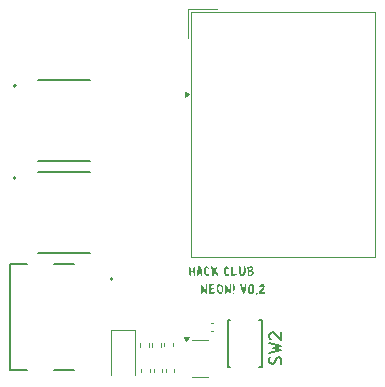
<source format=gbr>
%TF.GenerationSoftware,KiCad,Pcbnew,8.99.0-3218-gdd8f7901b1*%
%TF.CreationDate,2025-01-23T14:21:22-05:00*%
%TF.ProjectId,hack_matrix,6861636b-5f6d-4617-9472-69782e6b6963,rev?*%
%TF.SameCoordinates,Original*%
%TF.FileFunction,Legend,Top*%
%TF.FilePolarity,Positive*%
%FSLAX46Y46*%
G04 Gerber Fmt 4.6, Leading zero omitted, Abs format (unit mm)*
G04 Created by KiCad (PCBNEW 8.99.0-3218-gdd8f7901b1) date 2025-01-23 14:21:22*
%MOMM*%
%LPD*%
G01*
G04 APERTURE LIST*
%ADD10C,0.150000*%
%ADD11C,0.250000*%
%ADD12C,0.120000*%
%ADD13C,0.127000*%
%ADD14C,0.200000*%
G04 APERTURE END LIST*
D10*
G36*
X181965893Y-84055776D02*
G01*
X181952581Y-83950874D01*
X181939270Y-83847376D01*
X181929564Y-83845153D01*
X181839986Y-83843162D01*
X181739235Y-83843162D01*
X181736427Y-83862702D01*
X181722444Y-83967665D01*
X181706931Y-84050414D01*
X181689043Y-84103126D01*
X181670244Y-84134382D01*
X181651064Y-84150908D01*
X181635676Y-84155122D01*
X181622219Y-84149269D01*
X181606306Y-84125751D01*
X181599056Y-84082452D01*
X181592323Y-83896285D01*
X181581149Y-83610887D01*
X181574127Y-83490598D01*
X181579072Y-83436412D01*
X181590656Y-83407488D01*
X181606306Y-83394061D01*
X181619284Y-83391515D01*
X181635676Y-83398274D01*
X181655226Y-83419756D01*
X181676505Y-83460746D01*
X181699203Y-83530476D01*
X181722444Y-83640258D01*
X181733388Y-83696419D01*
X181739235Y-83710233D01*
X181806402Y-83717927D01*
X181902939Y-83722812D01*
X181914113Y-83721407D01*
X181916922Y-83721407D01*
X181918997Y-83711522D01*
X181925287Y-83630488D01*
X181937122Y-83490525D01*
X181953850Y-83417696D01*
X181971449Y-83385635D01*
X181985429Y-83376214D01*
X182002224Y-83373056D01*
X182021632Y-83377166D01*
X182038616Y-83389848D01*
X182049181Y-83404045D01*
X182054003Y-83415737D01*
X182062430Y-83478019D01*
X182073907Y-83633163D01*
X182080565Y-83886516D01*
X182080565Y-83987266D01*
X182076965Y-84060207D01*
X182069391Y-84092168D01*
X182057591Y-84113832D01*
X182040692Y-84135582D01*
X182021883Y-84152528D01*
X182010650Y-84156526D01*
X181996159Y-84150206D01*
X181979876Y-84125080D01*
X181969468Y-84092391D01*
X181965893Y-84055776D01*
G37*
G36*
X182451249Y-83311327D02*
G01*
X182473124Y-83322681D01*
X182512997Y-83353456D01*
X182527570Y-83373230D01*
X182554945Y-83423492D01*
X182580914Y-83479301D01*
X182601168Y-83531142D01*
X182634153Y-83646711D01*
X182664794Y-83789979D01*
X182686050Y-83932171D01*
X182692088Y-84033428D01*
X182687597Y-84079944D01*
X182675296Y-84115921D01*
X182651825Y-84151237D01*
X182626112Y-84170041D01*
X182596955Y-84176127D01*
X182579880Y-84173008D01*
X182564776Y-84163548D01*
X182553639Y-84149269D01*
X182547984Y-84131308D01*
X182540963Y-84026406D01*
X182536810Y-83939699D01*
X182464026Y-83956430D01*
X182382876Y-83977435D01*
X182377320Y-83992822D01*
X182371261Y-84030609D01*
X182346545Y-84100533D01*
X182322042Y-84141511D01*
X182298624Y-84161666D01*
X182275165Y-84167700D01*
X182258304Y-84163986D01*
X182242986Y-84152313D01*
X182230585Y-84129131D01*
X182226195Y-84099190D01*
X182229003Y-84065607D01*
X182276948Y-83778804D01*
X182384281Y-83778804D01*
X182387090Y-83778804D01*
X182469644Y-83769035D01*
X182529507Y-83758380D01*
X182536810Y-83754991D01*
X182523499Y-83684344D01*
X182501823Y-83598309D01*
X182479413Y-83539569D01*
X182468911Y-83524853D01*
X182457004Y-83520701D01*
X182450043Y-83526990D01*
X182412247Y-83661263D01*
X182384281Y-83778804D01*
X182276948Y-83778804D01*
X182317175Y-83538164D01*
X182333759Y-83434471D01*
X182343736Y-83398274D01*
X182361075Y-83363616D01*
X182382925Y-83338005D01*
X182409499Y-83319933D01*
X182440273Y-83308698D01*
X182451249Y-83311327D01*
G37*
G36*
X182946650Y-83403831D02*
G01*
X182992546Y-83373196D01*
X183031602Y-83357021D01*
X183065535Y-83352112D01*
X183093567Y-83355122D01*
X183124275Y-83364691D01*
X183153727Y-83382031D01*
X183183077Y-83408044D01*
X183206687Y-83438139D01*
X183218065Y-83463975D01*
X183223621Y-83500368D01*
X183220466Y-83523202D01*
X183212447Y-83536760D01*
X183195655Y-83540973D01*
X183166644Y-83536078D01*
X183134106Y-83519968D01*
X183105953Y-83507103D01*
X183080922Y-83503176D01*
X183051349Y-83508959D01*
X183024700Y-83526785D01*
X182999773Y-83559841D01*
X182982608Y-83598916D01*
X182971569Y-83646562D01*
X182967594Y-83704616D01*
X182970403Y-83756395D01*
X182982320Y-83825150D01*
X183000478Y-83882129D01*
X183024133Y-83929138D01*
X183052957Y-83967665D01*
X183079942Y-83990509D01*
X183105285Y-84002895D01*
X183129893Y-84006805D01*
X183156703Y-84004077D01*
X183195655Y-83994227D01*
X183254396Y-83980244D01*
X183272823Y-83985537D01*
X183287979Y-84002653D01*
X183293070Y-84016507D01*
X183295001Y-84036175D01*
X183287919Y-84076629D01*
X183266974Y-84110364D01*
X183241435Y-84131878D01*
X183199869Y-84150237D01*
X183153254Y-84161244D01*
X183106140Y-84164891D01*
X183050148Y-84157930D01*
X183001848Y-84139723D01*
X182960247Y-84111885D01*
X182924319Y-84073590D01*
X182893749Y-84023054D01*
X182868954Y-83957689D01*
X182851035Y-83874255D01*
X182841687Y-83768974D01*
X182840954Y-83751510D01*
X182840282Y-83733986D01*
X182843666Y-83659793D01*
X182853401Y-83592938D01*
X182868981Y-83532608D01*
X182892134Y-83474914D01*
X182918164Y-83433069D01*
X182946650Y-83403831D01*
G37*
G36*
X183465605Y-83364691D02*
G01*
X183481400Y-83354318D01*
X183501997Y-83350708D01*
X183532667Y-83355444D01*
X183561229Y-83369840D01*
X183588703Y-83395465D01*
X183610655Y-83431706D01*
X183635548Y-83499176D01*
X183662892Y-83612292D01*
X183675905Y-83664393D01*
X183679684Y-83671032D01*
X183707650Y-83610887D01*
X183740739Y-83539305D01*
X183776160Y-83477287D01*
X183814430Y-83424285D01*
X183840579Y-83399678D01*
X183861523Y-83391252D01*
X183876223Y-83396002D01*
X183889488Y-83412257D01*
X183897874Y-83434101D01*
X183900724Y-83458419D01*
X183890489Y-83514433D01*
X183843326Y-83650088D01*
X183812552Y-83725621D01*
X183827939Y-83736795D01*
X183862617Y-83767970D01*
X183909089Y-83824295D01*
X183951941Y-83888059D01*
X183987430Y-83953682D01*
X184017234Y-84029335D01*
X184025226Y-84079590D01*
X184021092Y-84113816D01*
X184010621Y-84134752D01*
X183994826Y-84146664D01*
X183972042Y-84150908D01*
X183956308Y-84148116D01*
X183942672Y-84139734D01*
X183904876Y-84090764D01*
X183865003Y-84034832D01*
X183820978Y-83985190D01*
X183763581Y-83921503D01*
X183695286Y-83846965D01*
X183683836Y-83837545D01*
X183681364Y-83841246D01*
X183679684Y-83865511D01*
X183679684Y-83885111D01*
X183674428Y-83971212D01*
X183659939Y-84041169D01*
X183637674Y-84097786D01*
X183607556Y-84142506D01*
X183581045Y-84164188D01*
X183556524Y-84170509D01*
X183543590Y-84168639D01*
X183534176Y-84163487D01*
X183520612Y-84149570D01*
X183512088Y-84130567D01*
X183508958Y-84104747D01*
X183517384Y-84023597D01*
X183526887Y-83930633D01*
X183529963Y-83843162D01*
X183527605Y-83764439D01*
X183521536Y-83708829D01*
X183509095Y-83652006D01*
X183482397Y-83561917D01*
X183454119Y-83457760D01*
X183447409Y-83406639D01*
X183448813Y-83392657D01*
X183465605Y-83364691D01*
G37*
G36*
X184632903Y-83403831D02*
G01*
X184678799Y-83373196D01*
X184717855Y-83357021D01*
X184751788Y-83352112D01*
X184779820Y-83355122D01*
X184810528Y-83364691D01*
X184839979Y-83382031D01*
X184869330Y-83408044D01*
X184892940Y-83438139D01*
X184904317Y-83463975D01*
X184909874Y-83500368D01*
X184906719Y-83523202D01*
X184898700Y-83536760D01*
X184881908Y-83540973D01*
X184852897Y-83536078D01*
X184820359Y-83519968D01*
X184792206Y-83507103D01*
X184767175Y-83503176D01*
X184737602Y-83508959D01*
X184710952Y-83526785D01*
X184686025Y-83559841D01*
X184668861Y-83598916D01*
X184657822Y-83646562D01*
X184653846Y-83704616D01*
X184656655Y-83756395D01*
X184668572Y-83825150D01*
X184686730Y-83882129D01*
X184710386Y-83929138D01*
X184739209Y-83967665D01*
X184766195Y-83990509D01*
X184791537Y-84002895D01*
X184816146Y-84006805D01*
X184842956Y-84004077D01*
X184881908Y-83994227D01*
X184940648Y-83980244D01*
X184959076Y-83985537D01*
X184974232Y-84002653D01*
X184979322Y-84016507D01*
X184981254Y-84036175D01*
X184974172Y-84076629D01*
X184953227Y-84110364D01*
X184927688Y-84131878D01*
X184886121Y-84150237D01*
X184839507Y-84161244D01*
X184792393Y-84164891D01*
X184736400Y-84157930D01*
X184688101Y-84139723D01*
X184646499Y-84111885D01*
X184610572Y-84073590D01*
X184580002Y-84023054D01*
X184555206Y-83957689D01*
X184537287Y-83874255D01*
X184527939Y-83768974D01*
X184527206Y-83751510D01*
X184526535Y-83733986D01*
X184529919Y-83659793D01*
X184539654Y-83592938D01*
X184555233Y-83532608D01*
X184578386Y-83474914D01*
X184604416Y-83433069D01*
X184632903Y-83403831D01*
G37*
G36*
X185139279Y-83396870D02*
G01*
X185159910Y-83366473D01*
X185179639Y-83351157D01*
X185199424Y-83346495D01*
X185213873Y-83350040D01*
X185228794Y-83361882D01*
X185242599Y-83383901D01*
X185256522Y-83425131D01*
X185269399Y-83494811D01*
X185277865Y-83587449D01*
X185280573Y-83672437D01*
X185276360Y-83822158D01*
X185274284Y-83894881D01*
X185272208Y-83959239D01*
X185273551Y-83983053D01*
X185280674Y-83997715D01*
X185288939Y-84005462D01*
X185303836Y-84009058D01*
X185350549Y-84011018D01*
X185426467Y-84008396D01*
X185487630Y-84001249D01*
X185547775Y-83995631D01*
X185588047Y-84001838D01*
X185619155Y-84019445D01*
X185629079Y-84032224D01*
X185631734Y-84041793D01*
X185629598Y-84053162D01*
X185621964Y-84068354D01*
X185604391Y-84086200D01*
X185565004Y-84104362D01*
X185490439Y-84121538D01*
X185351554Y-84140128D01*
X185255416Y-84145352D01*
X185188258Y-84140869D01*
X185155357Y-84130897D01*
X185142088Y-84118729D01*
X185139157Y-84091160D01*
X185132990Y-83911001D01*
X185128105Y-83556360D01*
X185129448Y-83433934D01*
X185132742Y-83413329D01*
X185139279Y-83396870D01*
G37*
G36*
X186219443Y-83350708D02*
G01*
X186237909Y-83338734D01*
X186253026Y-83335321D01*
X186277002Y-83341669D01*
X186304745Y-83364019D01*
X186327581Y-83395491D01*
X186343946Y-83434605D01*
X186353270Y-83496158D01*
X186357929Y-83652897D01*
X186353791Y-83815124D01*
X186343946Y-83910268D01*
X186321653Y-83988270D01*
X186284473Y-84065607D01*
X186251954Y-84113770D01*
X186222038Y-84145058D01*
X186194225Y-84163487D01*
X186158161Y-84175015D01*
X186118693Y-84178935D01*
X186069663Y-84173884D01*
X186016599Y-84157930D01*
X185961333Y-84130463D01*
X185916079Y-84095751D01*
X185879548Y-84053512D01*
X185851093Y-84002826D01*
X185830765Y-83942212D01*
X185819312Y-83869724D01*
X185810947Y-83817944D01*
X185806090Y-83791930D01*
X185794827Y-83672498D01*
X185784324Y-83486385D01*
X185789209Y-83405296D01*
X185797374Y-83383030D01*
X185812290Y-83363286D01*
X185834841Y-83347312D01*
X185858513Y-83342281D01*
X185882217Y-83346642D01*
X185901905Y-83359604D01*
X185918658Y-83382887D01*
X185927973Y-83412262D01*
X185937852Y-83478055D01*
X185946624Y-83602522D01*
X185956956Y-83800610D01*
X185966224Y-83894209D01*
X185976646Y-83944848D01*
X185989090Y-83977996D01*
X186002616Y-83998440D01*
X186033530Y-84020535D01*
X186069722Y-84027810D01*
X186093560Y-84023950D01*
X186114480Y-84012423D01*
X186134498Y-83987898D01*
X186153517Y-83944369D01*
X186170245Y-83873461D01*
X186182458Y-83764900D01*
X186187264Y-83606674D01*
X186184455Y-83475211D01*
X186184455Y-83449993D01*
X186188954Y-83405711D01*
X186200979Y-83373651D01*
X186219443Y-83350708D01*
G37*
G36*
X186872332Y-83351134D02*
G01*
X186914347Y-83360212D01*
X186949790Y-83374460D01*
X186971532Y-83390934D01*
X186990396Y-83422759D01*
X187001925Y-83460653D01*
X187005783Y-83500429D01*
X187003165Y-83539490D01*
X186995952Y-83571076D01*
X186982829Y-83602097D01*
X186958217Y-83644471D01*
X186927442Y-83693442D01*
X186930416Y-83697567D01*
X186947042Y-83707424D01*
X186973073Y-83725377D01*
X186997046Y-83752026D01*
X187019033Y-83789307D01*
X187040563Y-83850332D01*
X187047732Y-83914481D01*
X187046999Y-83926388D01*
X187046327Y-83938295D01*
X187037177Y-83982998D01*
X187017701Y-84023130D01*
X186987046Y-84059808D01*
X186943184Y-84093534D01*
X186883091Y-84124155D01*
X186802939Y-84150908D01*
X186737408Y-84163430D01*
X186667201Y-84167700D01*
X186600964Y-84164050D01*
X186573473Y-84156526D01*
X186551064Y-84146756D01*
X186546912Y-84083742D01*
X186529234Y-83834736D01*
X186667201Y-83834736D01*
X186667201Y-83890729D01*
X186671414Y-83997035D01*
X186674223Y-84047411D01*
X186704998Y-84043197D01*
X186792285Y-84026839D01*
X186854658Y-84004057D01*
X186880713Y-83989050D01*
X186902224Y-83969741D01*
X186918086Y-83947343D01*
X186924633Y-83927060D01*
X186926038Y-83911673D01*
X186919125Y-83870826D01*
X186899560Y-83840446D01*
X186865893Y-83817944D01*
X186842104Y-83811018D01*
X186802939Y-83808175D01*
X186755284Y-83811926D01*
X186704998Y-83823562D01*
X186667201Y-83834736D01*
X186529234Y-83834736D01*
X186514733Y-83630488D01*
X186507591Y-83505985D01*
X186636427Y-83505985D01*
X186653218Y-83598309D01*
X186671929Y-83679502D01*
X186679780Y-83692037D01*
X186682588Y-83692037D01*
X186724471Y-83684549D01*
X186791704Y-83655645D01*
X186821519Y-83637244D01*
X186843483Y-83617909D01*
X186859999Y-83593629D01*
X186867297Y-83566130D01*
X186867297Y-83553551D01*
X186863748Y-83531113D01*
X186853657Y-83513813D01*
X186836461Y-83500368D01*
X186814173Y-83493647D01*
X186767951Y-83490598D01*
X186711945Y-83493707D01*
X186654623Y-83503176D01*
X186636427Y-83505985D01*
X186507591Y-83505985D01*
X186506306Y-83483576D01*
X186506306Y-83472402D01*
X186513796Y-83448396D01*
X186531816Y-83426704D01*
X186563703Y-83406639D01*
X186634163Y-83380883D01*
X186745542Y-83354860D01*
X186822479Y-83347899D01*
X186872332Y-83351134D01*
G37*
D11*
G36*
X183031045Y-84848571D02*
G01*
X183045283Y-84839335D01*
X183054553Y-84836969D01*
X183068105Y-84842025D01*
X183079520Y-84859988D01*
X183087892Y-84900839D01*
X183098517Y-85138304D01*
X183099188Y-85188007D01*
X183099921Y-85236245D01*
X183094620Y-85423181D01*
X183081725Y-85538740D01*
X183073763Y-85574811D01*
X183061147Y-85610059D01*
X183045352Y-85640560D01*
X183034647Y-85652008D01*
X183020969Y-85655122D01*
X182999384Y-85648802D01*
X182967898Y-85624195D01*
X182921474Y-85568872D01*
X182854489Y-85466222D01*
X182760423Y-85295963D01*
X182718230Y-85211516D01*
X182720734Y-85292177D01*
X182724793Y-85373499D01*
X182727512Y-85389263D01*
X182731489Y-85404046D01*
X182733374Y-85437745D01*
X182727756Y-85519017D01*
X182714497Y-85580783D01*
X182693768Y-85622930D01*
X182666817Y-85650542D01*
X182646085Y-85662587D01*
X182626456Y-85666296D01*
X182610059Y-85662763D01*
X182596181Y-85651934D01*
X182584141Y-85631552D01*
X182573934Y-85598840D01*
X182569975Y-85551013D01*
X182575532Y-85465467D01*
X182582571Y-85363362D01*
X182585362Y-85211088D01*
X182583958Y-85074007D01*
X182582554Y-85004031D01*
X182585068Y-84961945D01*
X182591041Y-84937536D01*
X182606398Y-84909709D01*
X182622177Y-84895817D01*
X182639035Y-84891557D01*
X182658297Y-84896217D01*
X182678297Y-84911769D01*
X182732530Y-84987718D01*
X182870211Y-85219881D01*
X182948087Y-85352905D01*
X182960825Y-85368625D01*
X182960275Y-85369174D01*
X182961680Y-85336263D01*
X182964488Y-85253709D01*
X182967297Y-85152287D01*
X182972854Y-84948954D01*
X182994042Y-84903831D01*
X183016289Y-84863964D01*
X183031045Y-84848571D01*
G37*
G36*
X183382876Y-84994139D02*
G01*
X183389837Y-85075289D01*
X183396859Y-85157904D01*
X183398447Y-85180314D01*
X183404125Y-85182573D01*
X183460981Y-85170549D01*
X183545969Y-85165781D01*
X183589206Y-85167702D01*
X183621929Y-85172803D01*
X183657510Y-85185300D01*
X183674388Y-85199870D01*
X183679448Y-85216645D01*
X183673907Y-85235500D01*
X183652337Y-85262868D01*
X183623761Y-85286987D01*
X183582484Y-85292787D01*
X183470987Y-85306038D01*
X183393501Y-85318799D01*
X183389837Y-85420954D01*
X183389837Y-85467116D01*
X183391815Y-85516444D01*
X183394905Y-85527260D01*
X183412163Y-85533038D01*
X183480207Y-85536481D01*
X183587674Y-85529520D01*
X183663572Y-85521093D01*
X183686662Y-85524028D01*
X183714680Y-85533855D01*
X183740850Y-85552757D01*
X183748019Y-85572018D01*
X183743131Y-85590687D01*
X183725122Y-85615249D01*
X183709692Y-85626129D01*
X183673023Y-85639279D01*
X183601107Y-85654389D01*
X183495086Y-85667857D01*
X183386479Y-85673318D01*
X183298792Y-85669347D01*
X183269426Y-85661899D01*
X183248848Y-85650115D01*
X183246039Y-85502165D01*
X183236270Y-85013801D01*
X183238306Y-84968788D01*
X183243292Y-84940528D01*
X183254633Y-84914023D01*
X183270427Y-84893723D01*
X183290919Y-84878613D01*
X183331808Y-84862854D01*
X183405835Y-84848204D01*
X183499808Y-84842587D01*
X183577261Y-84845735D01*
X183631697Y-84853821D01*
X183668518Y-84865118D01*
X183695986Y-84883815D01*
X183703201Y-84901693D01*
X183697059Y-84921989D01*
X183673220Y-84950847D01*
X183649007Y-84963675D01*
X183597932Y-84972402D01*
X183382876Y-84994139D01*
G37*
G36*
X184180717Y-84861494D02*
G01*
X184205303Y-84866400D01*
X184266939Y-84889995D01*
X184318847Y-84924132D01*
X184362445Y-84969344D01*
X184398341Y-85027169D01*
X184426282Y-85100019D01*
X184448395Y-85210075D01*
X184455713Y-85320204D01*
X184450157Y-85398911D01*
X184437225Y-85454800D01*
X184417328Y-85507608D01*
X184390317Y-85557791D01*
X184356818Y-85603900D01*
X184323790Y-85636376D01*
X184290971Y-85657747D01*
X184259760Y-85668535D01*
X184231315Y-85671913D01*
X184183274Y-85665859D01*
X184132921Y-85646828D01*
X184078909Y-85612503D01*
X184020106Y-85559378D01*
X183966831Y-85492849D01*
X183928235Y-85420635D01*
X183903480Y-85341636D01*
X183898555Y-85306964D01*
X183896397Y-85241863D01*
X183896833Y-85232032D01*
X184033234Y-85232032D01*
X184036516Y-85286161D01*
X184045751Y-85332233D01*
X184066639Y-85393189D01*
X184090612Y-85442203D01*
X184117254Y-85481099D01*
X184150075Y-85513810D01*
X184183177Y-85533414D01*
X184217454Y-85542098D01*
X184228506Y-85542098D01*
X184257642Y-85537541D01*
X184281476Y-85524314D01*
X184301394Y-85501452D01*
X184317519Y-85466046D01*
X184328707Y-85413688D01*
X184332920Y-85328569D01*
X184328465Y-85214275D01*
X184317594Y-85143005D01*
X184294015Y-85070192D01*
X184269286Y-85025282D01*
X184244199Y-85000001D01*
X184216182Y-84986770D01*
X184182344Y-84982172D01*
X184145380Y-84986552D01*
X184115140Y-84998977D01*
X184090081Y-85019357D01*
X184068843Y-85052081D01*
X184049232Y-85106796D01*
X184037288Y-85167570D01*
X184033234Y-85232032D01*
X183896833Y-85232032D01*
X183900768Y-85143313D01*
X183911845Y-85076266D01*
X183934147Y-85006491D01*
X183961584Y-84953296D01*
X183993465Y-84913603D01*
X184029778Y-84885109D01*
X184071214Y-84866461D01*
X184094238Y-84861515D01*
X184136182Y-84859378D01*
X184180717Y-84861494D01*
G37*
G36*
X185058260Y-84848571D02*
G01*
X185072499Y-84839335D01*
X185081769Y-84836969D01*
X185095321Y-84842025D01*
X185106735Y-84859988D01*
X185115108Y-84900839D01*
X185125732Y-85138304D01*
X185126404Y-85188007D01*
X185127137Y-85236245D01*
X185121835Y-85423181D01*
X185108941Y-85538740D01*
X185100979Y-85574811D01*
X185088363Y-85610059D01*
X185072568Y-85640560D01*
X185061863Y-85652008D01*
X185048185Y-85655122D01*
X185026599Y-85648802D01*
X184995113Y-85624195D01*
X184948690Y-85568872D01*
X184881705Y-85466222D01*
X184787639Y-85295963D01*
X184745446Y-85211516D01*
X184747950Y-85292177D01*
X184752009Y-85373499D01*
X184754727Y-85389263D01*
X184758704Y-85404046D01*
X184760589Y-85437745D01*
X184754972Y-85519017D01*
X184741712Y-85580783D01*
X184720984Y-85622930D01*
X184694033Y-85650542D01*
X184673300Y-85662587D01*
X184653672Y-85666296D01*
X184637274Y-85662763D01*
X184623396Y-85651934D01*
X184611357Y-85631552D01*
X184601150Y-85598840D01*
X184597191Y-85551013D01*
X184602747Y-85465467D01*
X184609786Y-85363362D01*
X184612578Y-85211088D01*
X184611174Y-85074007D01*
X184609769Y-85004031D01*
X184612284Y-84961945D01*
X184618257Y-84937536D01*
X184633614Y-84909709D01*
X184649392Y-84895817D01*
X184666250Y-84891557D01*
X184685513Y-84896217D01*
X184705512Y-84911769D01*
X184759746Y-84987718D01*
X184897426Y-85219881D01*
X184975302Y-85352905D01*
X184988040Y-85368625D01*
X184987491Y-85369174D01*
X184988895Y-85336263D01*
X184991704Y-85253709D01*
X184994513Y-85152287D01*
X185000069Y-84948954D01*
X185021257Y-84903831D01*
X185043504Y-84863964D01*
X185058260Y-84848571D01*
G37*
G36*
X185303175Y-84869698D02*
G01*
X185325233Y-84852809D01*
X185342376Y-84848204D01*
X185359271Y-84852378D01*
X185378768Y-84866889D01*
X185400184Y-84897330D01*
X185411374Y-84936376D01*
X185415139Y-84993757D01*
X185417053Y-85145326D01*
X185414507Y-85319752D01*
X185410031Y-85371006D01*
X185395700Y-85418026D01*
X185378959Y-85445740D01*
X185360530Y-85460219D01*
X185339567Y-85464856D01*
X185323657Y-85462219D01*
X185304945Y-85453377D01*
X185282726Y-85433561D01*
X185272644Y-85411184D01*
X185268942Y-85374318D01*
X185264890Y-85261463D01*
X185264157Y-85209684D01*
X185263485Y-85160713D01*
X185267902Y-84975587D01*
X185276125Y-84913906D01*
X185286277Y-84891033D01*
X185303175Y-84869698D01*
G37*
G36*
X185271851Y-85650481D02*
G01*
X185271118Y-85644986D01*
X185270446Y-85639185D01*
X185275133Y-85610854D01*
X185289131Y-85586123D01*
X185310497Y-85568816D01*
X185336758Y-85563103D01*
X185363008Y-85568818D01*
X185384324Y-85586123D01*
X185398369Y-85610859D01*
X185403070Y-85639185D01*
X185397294Y-85669705D01*
X185380050Y-85695116D01*
X185356765Y-85710852D01*
X185338162Y-85715266D01*
X185318343Y-85710767D01*
X185294931Y-85695177D01*
X185279148Y-85675513D01*
X185271851Y-85650481D01*
G37*
G36*
X185907981Y-84924286D02*
G01*
X185911149Y-84891559D01*
X185920193Y-84863653D01*
X185935642Y-84843122D01*
X185954692Y-84836969D01*
X185970293Y-84840550D01*
X185988215Y-84852845D01*
X186006166Y-84875037D01*
X186032034Y-84922129D01*
X186068449Y-85007512D01*
X186101440Y-85101836D01*
X186131470Y-85209668D01*
X186158086Y-85332416D01*
X186176902Y-85426388D01*
X186179945Y-85435792D01*
X186187729Y-85411474D01*
X186242411Y-85160286D01*
X186273644Y-85020092D01*
X186291442Y-84952923D01*
X186311131Y-84902685D01*
X186331010Y-84872568D01*
X186357339Y-84851118D01*
X186377233Y-84845396D01*
X186396961Y-84849235D01*
X186410999Y-84860172D01*
X186417778Y-84880081D01*
X186421135Y-84931247D01*
X186414191Y-85043073D01*
X186390300Y-85191854D01*
X186354478Y-85343906D01*
X186309089Y-85490136D01*
X186279008Y-85563173D01*
X186243632Y-85627339D01*
X186214730Y-85667241D01*
X186195582Y-85684431D01*
X186182754Y-85688705D01*
X186168401Y-85683807D01*
X186139645Y-85661777D01*
X186113282Y-85634718D01*
X186099834Y-85614760D01*
X186049337Y-85443852D01*
X185975270Y-85194907D01*
X185932039Y-85050783D01*
X185912706Y-84967386D01*
X185907981Y-84924286D01*
G37*
G36*
X186891558Y-84837688D02*
G01*
X186928988Y-84848059D01*
X186963965Y-84865301D01*
X186995071Y-84888711D01*
X187020865Y-84917657D01*
X187041695Y-84952801D01*
X187060313Y-85001781D01*
X187075383Y-85067175D01*
X187085627Y-85152785D01*
X187089445Y-85262868D01*
X187087220Y-85331186D01*
X187081018Y-85389080D01*
X187056619Y-85502755D01*
X187029056Y-85579895D01*
X187008099Y-85613937D01*
X186981225Y-85642488D01*
X186947845Y-85666051D01*
X186910526Y-85683093D01*
X186869646Y-85693493D01*
X186824441Y-85697070D01*
X186812473Y-85696399D01*
X186800628Y-85695666D01*
X186742204Y-85685997D01*
X186696080Y-85669368D01*
X186659924Y-85646650D01*
X186632018Y-85617948D01*
X186611400Y-85582581D01*
X186588190Y-85514328D01*
X186569269Y-85411367D01*
X186565055Y-85313182D01*
X186567799Y-85229284D01*
X186727049Y-85229284D01*
X186731263Y-85315868D01*
X186745184Y-85437379D01*
X186763264Y-85505996D01*
X186782694Y-85544390D01*
X186802363Y-85563059D01*
X186823037Y-85568660D01*
X186847728Y-85561367D01*
X186878968Y-85534344D01*
X186898004Y-85503345D01*
X186915212Y-85453079D01*
X186929039Y-85376240D01*
X186937220Y-85264150D01*
X186937220Y-85223667D01*
X186932881Y-85138173D01*
X186921758Y-85078800D01*
X186906153Y-85039105D01*
X186887456Y-85013801D01*
X186867286Y-84999979D01*
X186846789Y-84994811D01*
X186838424Y-84994811D01*
X186806473Y-85001099D01*
X186779480Y-85020080D01*
X186756053Y-85054895D01*
X186741172Y-85096163D01*
X186730931Y-85152910D01*
X186727049Y-85229284D01*
X186567799Y-85229284D01*
X186569840Y-85166876D01*
X186580504Y-85093119D01*
X186604349Y-85013438D01*
X186633038Y-84953567D01*
X186665683Y-84909631D01*
X186707086Y-84874760D01*
X186757392Y-84850028D01*
X186818579Y-84835565D01*
X186851003Y-84834160D01*
X186891558Y-84837688D01*
G37*
G36*
X187227869Y-85586001D02*
G01*
X187254596Y-85569584D01*
X187293693Y-85564508D01*
X187332020Y-85571912D01*
X187355303Y-85588993D01*
X187370207Y-85616847D01*
X187375331Y-85650420D01*
X187368920Y-85683563D01*
X187349563Y-85711847D01*
X187328974Y-85728550D01*
X187307560Y-85737103D01*
X187284412Y-85738408D01*
X187250473Y-85729030D01*
X187220847Y-85707756D01*
X187207500Y-85683548D01*
X187206315Y-85644680D01*
X187215543Y-85606074D01*
X187227869Y-85586001D01*
G37*
G36*
X187744993Y-84848204D02*
G01*
X187777477Y-84845396D01*
X187829055Y-84851340D01*
X187872245Y-84868334D01*
X187908941Y-84896320D01*
X187929563Y-84923455D01*
X187947226Y-84966967D01*
X187957792Y-85015503D01*
X187961331Y-85065580D01*
X187959093Y-85102440D01*
X187952843Y-85133297D01*
X187932411Y-85185654D01*
X187897341Y-85248249D01*
X187843900Y-85323132D01*
X187767768Y-85412466D01*
X187696205Y-85495578D01*
X187685703Y-85513278D01*
X187696327Y-85514132D01*
X187789811Y-85504302D01*
X187834874Y-85501493D01*
X187888185Y-85505349D01*
X187934952Y-85516392D01*
X187974571Y-85534995D01*
X187994609Y-85555593D01*
X188002121Y-85572382D01*
X188004684Y-85591618D01*
X188002560Y-85609865D01*
X187996135Y-85627461D01*
X187981222Y-85649361D01*
X187966460Y-85659152D01*
X187943991Y-85662964D01*
X187885188Y-85664891D01*
X187714645Y-85671913D01*
X187581655Y-85678935D01*
X187540711Y-85674787D01*
X187522915Y-85665746D01*
X187510723Y-85649274D01*
X187498613Y-85617447D01*
X187491167Y-85581904D01*
X187488721Y-85546861D01*
X187493467Y-85507636D01*
X187507100Y-85474626D01*
X187531791Y-85440585D01*
X187585807Y-85380409D01*
X187698426Y-85256879D01*
X187762456Y-85175917D01*
X187795299Y-85122961D01*
X187811549Y-85083613D01*
X187816128Y-85054406D01*
X187812883Y-85031837D01*
X187804038Y-85015877D01*
X187790311Y-85005304D01*
X187773264Y-85001772D01*
X187756147Y-85004679D01*
X187737971Y-85014045D01*
X187675811Y-85067901D01*
X187610598Y-85123222D01*
X187594428Y-85130880D01*
X187578846Y-85133297D01*
X187557704Y-85128077D01*
X187539584Y-85111620D01*
X187527881Y-85087855D01*
X187523709Y-85057154D01*
X187527239Y-85026672D01*
X187537875Y-84997559D01*
X187555052Y-84969762D01*
X187583170Y-84939188D01*
X187625252Y-84905235D01*
X187691387Y-84865936D01*
X187744993Y-84848204D01*
G37*
D10*
X189323435Y-91612070D02*
X189371054Y-91469213D01*
X189371054Y-91469213D02*
X189371054Y-91231118D01*
X189371054Y-91231118D02*
X189323435Y-91135880D01*
X189323435Y-91135880D02*
X189275815Y-91088261D01*
X189275815Y-91088261D02*
X189180577Y-91040642D01*
X189180577Y-91040642D02*
X189085339Y-91040642D01*
X189085339Y-91040642D02*
X188990101Y-91088261D01*
X188990101Y-91088261D02*
X188942482Y-91135880D01*
X188942482Y-91135880D02*
X188894863Y-91231118D01*
X188894863Y-91231118D02*
X188847244Y-91421594D01*
X188847244Y-91421594D02*
X188799625Y-91516832D01*
X188799625Y-91516832D02*
X188752006Y-91564451D01*
X188752006Y-91564451D02*
X188656768Y-91612070D01*
X188656768Y-91612070D02*
X188561530Y-91612070D01*
X188561530Y-91612070D02*
X188466292Y-91564451D01*
X188466292Y-91564451D02*
X188418673Y-91516832D01*
X188418673Y-91516832D02*
X188371054Y-91421594D01*
X188371054Y-91421594D02*
X188371054Y-91183499D01*
X188371054Y-91183499D02*
X188418673Y-91040642D01*
X188371054Y-90707308D02*
X189371054Y-90469213D01*
X189371054Y-90469213D02*
X188656768Y-90278737D01*
X188656768Y-90278737D02*
X189371054Y-90088261D01*
X189371054Y-90088261D02*
X188371054Y-89850166D01*
X188466292Y-89516832D02*
X188418673Y-89469213D01*
X188418673Y-89469213D02*
X188371054Y-89373975D01*
X188371054Y-89373975D02*
X188371054Y-89135880D01*
X188371054Y-89135880D02*
X188418673Y-89040642D01*
X188418673Y-89040642D02*
X188466292Y-88993023D01*
X188466292Y-88993023D02*
X188561530Y-88945404D01*
X188561530Y-88945404D02*
X188656768Y-88945404D01*
X188656768Y-88945404D02*
X188799625Y-88993023D01*
X188799625Y-88993023D02*
X189371054Y-89564451D01*
X189371054Y-89564451D02*
X189371054Y-88945404D01*
D12*
%TO.C,U6*%
X181474154Y-61596561D02*
X181474154Y-64046561D01*
X181474154Y-61596561D02*
X183924154Y-61596561D01*
X181749154Y-61846561D02*
X197349154Y-61846561D01*
X181749154Y-82546561D02*
X181749154Y-61846561D01*
X197349154Y-61846561D02*
X197349154Y-82546561D01*
X197349154Y-82546561D02*
X181749154Y-82546561D01*
X181574154Y-68796561D02*
X181238154Y-69036561D01*
X181238154Y-68556561D01*
X181574154Y-68796561D01*
G36*
X181574154Y-68796561D02*
G01*
X181238154Y-69036561D01*
X181238154Y-68556561D01*
X181574154Y-68796561D01*
G37*
D13*
%TO.C,U5*%
X168800000Y-67550000D02*
X173200000Y-67550000D01*
X168800000Y-74450000D02*
X173200000Y-74450000D01*
D14*
X166910000Y-68075000D02*
G75*
G02*
X166710000Y-68075000I-100000J0D01*
G01*
X166710000Y-68075000D02*
G75*
G02*
X166910000Y-68075000I100000J0D01*
G01*
D12*
%TO.C,C5*%
X179463587Y-89883594D02*
X179463587Y-90099266D01*
X180183587Y-89883594D02*
X180183587Y-90099266D01*
D13*
%TO.C,J1*%
X166400000Y-83152570D02*
X166400000Y-92092570D01*
X166400000Y-83152570D02*
X167830000Y-83152570D01*
X166400000Y-92092570D02*
X167830000Y-92092570D01*
X171850000Y-83152570D02*
X170170000Y-83152570D01*
X171850000Y-92092570D02*
X170170000Y-92092570D01*
D14*
X175100000Y-84422570D02*
G75*
G02*
X174900000Y-84422570I-100000J0D01*
G01*
X174900000Y-84422570D02*
G75*
G02*
X175100000Y-84422570I100000J0D01*
G01*
D12*
%TO.C,C10*%
X183607836Y-88140000D02*
X183392164Y-88140000D01*
X183607836Y-88860000D02*
X183392164Y-88860000D01*
D13*
%TO.C,U1*%
X168800000Y-75348396D02*
X173200000Y-75348396D01*
X168800000Y-82248396D02*
X173200000Y-82248396D01*
D14*
X166910000Y-75873396D02*
G75*
G02*
X166710000Y-75873396I-100000J0D01*
G01*
X166710000Y-75873396D02*
G75*
G02*
X166910000Y-75873396I100000J0D01*
G01*
D13*
%TO.C,SW2*%
X184831235Y-87853738D02*
X185061235Y-87853738D01*
X184831235Y-91853738D02*
X184831235Y-87853738D01*
X184831235Y-91853738D02*
X185061235Y-91853738D01*
X187501235Y-87853738D02*
X187731235Y-87853738D01*
X187731235Y-87853738D02*
X187731235Y-91853738D01*
X187731235Y-91853738D02*
X187501235Y-91853738D01*
D12*
%TO.C,U3*%
X182500000Y-89605677D02*
X181850000Y-89605677D01*
X182500000Y-89605677D02*
X183150000Y-89605677D01*
X182500000Y-92725677D02*
X181850000Y-92725677D01*
X182500000Y-92725677D02*
X183150000Y-92725677D01*
X181337500Y-89655677D02*
X181097500Y-89325677D01*
X181577500Y-89325677D01*
X181337500Y-89655677D01*
G36*
X181337500Y-89655677D02*
G01*
X181097500Y-89325677D01*
X181577500Y-89325677D01*
X181337500Y-89655677D01*
G37*
%TO.C,D1*%
X174981590Y-88707116D02*
X174981590Y-92567116D01*
X176981590Y-88707116D02*
X174981590Y-88707116D01*
X176981590Y-88707116D02*
X176981590Y-92567116D01*
%TO.C,C3*%
X178555544Y-92081549D02*
X178555544Y-92297221D01*
X179275544Y-92081549D02*
X179275544Y-92297221D01*
%TO.C,C6*%
X179598278Y-92295964D02*
X179598278Y-92080292D01*
X180318278Y-92295964D02*
X180318278Y-92080292D01*
%TO.C,R2*%
X177404613Y-90143641D02*
X177404613Y-89836359D01*
X178164613Y-90143641D02*
X178164613Y-89836359D01*
%TO.C,R1*%
X178404613Y-90143641D02*
X178404613Y-89836359D01*
X179164613Y-90143641D02*
X179164613Y-89836359D01*
%TO.C,C4*%
X177511743Y-92083723D02*
X177511743Y-92299395D01*
X178231743Y-92083723D02*
X178231743Y-92299395D01*
%TD*%
M02*

</source>
